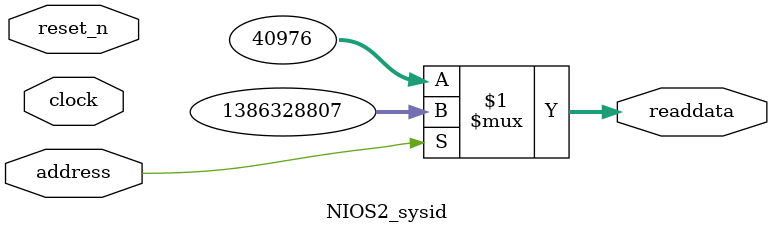
<source format=v>

`timescale 1ns / 1ps
// synthesis translate_on

// turn off superfluous verilog processor warnings 
// altera message_level Level1 
// altera message_off 10034 10035 10036 10037 10230 10240 10030 

module NIOS2_sysid (
               // inputs:
                address,
                clock,
                reset_n,

               // outputs:
                readdata
             )
;

  output  [ 31: 0] readdata;
  input            address;
  input            clock;
  input            reset_n;

  wire    [ 31: 0] readdata;
  //control_slave, which is an e_avalon_slave
  assign readdata = address ? 1386328807 : 40976;

endmodule




</source>
